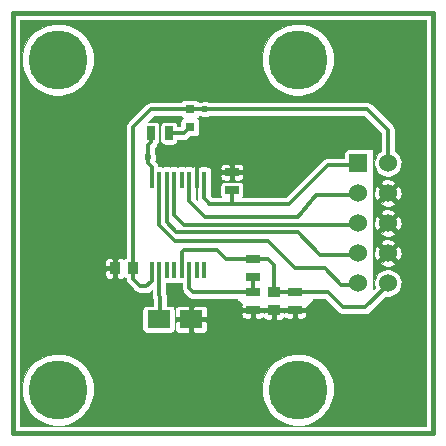
<source format=gbr>
G04 #@! TF.FileFunction,Copper,L2,Bot,Signal*
%FSLAX46Y46*%
G04 Gerber Fmt 4.6, Leading zero omitted, Abs format (unit mm)*
G04 Created by KiCad (PCBNEW (2015-11-02 BZR 6290)-product) date Mon 07 Dec 2015 12:03:44 PM CET*
%MOMM*%
G01*
G04 APERTURE LIST*
%ADD10C,0.150000*%
%ADD11C,0.381000*%
%ADD12C,5.001260*%
%ADD13R,1.950720X1.501140*%
%ADD14R,0.899160X1.000760*%
%ADD15R,1.000760X0.899160*%
%ADD16R,0.797560X0.797560*%
%ADD17R,1.524000X1.524000*%
%ADD18C,1.524000*%
%ADD19R,1.143000X0.635000*%
%ADD20R,0.635000X1.143000*%
%ADD21R,0.375920X1.435100*%
%ADD22C,0.600000*%
%ADD23C,0.375920*%
%ADD24C,0.373380*%
%ADD25C,0.099060*%
G04 APERTURE END LIST*
D10*
D11*
X31750000Y-66548000D02*
X31750000Y-30988000D01*
X67310000Y-30988000D02*
X31750000Y-30988000D01*
X67310000Y-66548000D02*
X67310000Y-30988000D01*
X31750000Y-66548000D02*
X67310000Y-66548000D01*
D12*
X55880000Y-34922460D03*
X35560000Y-34922460D03*
X55880000Y-62865000D03*
X35560000Y-62865000D03*
D13*
X44091860Y-56896000D03*
X46840140Y-56896000D03*
D14*
X41899840Y-52578000D03*
X40396160Y-52578000D03*
D15*
X53848000Y-54620160D03*
X53848000Y-56123840D03*
D16*
X46736000Y-39128700D03*
X46736000Y-40627300D03*
D17*
X60957460Y-43688000D03*
D18*
X63497460Y-43688000D03*
X60957460Y-46228000D03*
X63497460Y-46228000D03*
X60957460Y-48768000D03*
X63497460Y-48768000D03*
X60957460Y-51308000D03*
X63497460Y-51308000D03*
X60957460Y-53848000D03*
X63497460Y-53848000D03*
D19*
X52070000Y-51816000D03*
X52070000Y-53340000D03*
X52070000Y-54610000D03*
X52070000Y-56134000D03*
X55623460Y-54610000D03*
X55623460Y-56134000D03*
X50292000Y-45974000D03*
X50292000Y-44450000D03*
D20*
X44958000Y-41148000D03*
X43434000Y-41148000D03*
D21*
X43497500Y-45085000D03*
X44132500Y-45085000D03*
X44767500Y-45085000D03*
X45402500Y-45085000D03*
X46037500Y-45085000D03*
X46672500Y-45085000D03*
X47307500Y-45085000D03*
X47307500Y-52705000D03*
X46672500Y-52705000D03*
X46037500Y-52705000D03*
X45402500Y-52705000D03*
X44767500Y-52705000D03*
X44132500Y-52705000D03*
X43497500Y-52705000D03*
X47942500Y-45085000D03*
X47942500Y-52705000D03*
D22*
X48006000Y-39116000D03*
X43180000Y-43180000D03*
D23*
X41910000Y-51562000D02*
X41910000Y-52567840D01*
X46228000Y-39116000D02*
X43434000Y-39116000D01*
X41899840Y-52578000D02*
X41899840Y-53456840D01*
D24*
X46736000Y-39128700D02*
X46240700Y-39128700D01*
D23*
X63497460Y-40891460D02*
X63497460Y-43688000D01*
X48006000Y-39116000D02*
X46228000Y-39116000D01*
X41910000Y-51562000D02*
X41910000Y-40640000D01*
X43434000Y-39116000D02*
X41910000Y-40640000D01*
X61722000Y-39116000D02*
X48006000Y-39116000D01*
D24*
X46240700Y-39128700D02*
X46228000Y-39116000D01*
D23*
X41899840Y-53456840D02*
X42545000Y-54102000D01*
X43053000Y-54102000D02*
X43434000Y-53721000D01*
X42545000Y-54102000D02*
X43053000Y-54102000D01*
X43497500Y-53657500D02*
X43434000Y-53721000D01*
X43497500Y-53657500D02*
X43497500Y-52705000D01*
X41910000Y-52567840D02*
X41899840Y-52578000D01*
X63497460Y-40891460D02*
X61722000Y-39116000D01*
X60954920Y-48889920D02*
X60960000Y-48895000D01*
X45402500Y-48069500D02*
X46222920Y-48889920D01*
X48514000Y-48889920D02*
X60954920Y-48889920D01*
X46222920Y-48889920D02*
X48514000Y-48889920D01*
X45402500Y-45085000D02*
X45402500Y-48069500D01*
X45593000Y-49530000D02*
X47625000Y-49530000D01*
X47625000Y-49530000D02*
X55880000Y-49530000D01*
X44767500Y-48704500D02*
X45593000Y-49530000D01*
X44767500Y-48704500D02*
X44767500Y-45085000D01*
X55880000Y-49530000D02*
X57785000Y-51435000D01*
X60960000Y-51435000D02*
X57785000Y-51435000D01*
X55880000Y-48260000D02*
X57404000Y-46355000D01*
X46672500Y-46926500D02*
X47752000Y-48006000D01*
X47752000Y-48006000D02*
X48006000Y-48260000D01*
X46672500Y-45085000D02*
X46672500Y-46926500D01*
X58420000Y-46355000D02*
X60960000Y-46355000D01*
X48006000Y-48260000D02*
X55880000Y-48260000D01*
X57404000Y-46355000D02*
X58420000Y-46355000D01*
X58166000Y-52578000D02*
X55626000Y-52578000D01*
X44132500Y-48958500D02*
X45466000Y-50292000D01*
X55626000Y-52578000D02*
X53594000Y-50546000D01*
X44132500Y-48958500D02*
X44132500Y-45085000D01*
X53340000Y-50292000D02*
X53594000Y-50546000D01*
X48514000Y-50292000D02*
X53340000Y-50292000D01*
X45466000Y-50292000D02*
X48514000Y-50292000D01*
X60960000Y-53975000D02*
X59563000Y-53975000D01*
X59563000Y-53975000D02*
X58166000Y-52578000D01*
X50292000Y-45974000D02*
X50292000Y-47117000D01*
X50292000Y-47117000D02*
X50165000Y-47117000D01*
X47942500Y-45085000D02*
X47942500Y-46672500D01*
X60960000Y-43815000D02*
X58420000Y-43815000D01*
X47942500Y-46672500D02*
X48260000Y-46990000D01*
X58420000Y-43815000D02*
X55118000Y-47117000D01*
X48387000Y-47117000D02*
X48260000Y-46990000D01*
X55118000Y-47117000D02*
X50165000Y-47117000D01*
X48387000Y-47117000D02*
X50165000Y-47117000D01*
X47307500Y-43751500D02*
X47371000Y-43688000D01*
X47307500Y-45085000D02*
X47307500Y-43751500D01*
X44196000Y-57150000D02*
X44091860Y-56896000D01*
X44132500Y-52705000D02*
X44196000Y-57150000D01*
X53848000Y-54620160D02*
X55613300Y-54620160D01*
X55613300Y-54620160D02*
X58430160Y-54620160D01*
X58430160Y-54620160D02*
X59690000Y-55880000D01*
X59690000Y-55880000D02*
X61595000Y-55880000D01*
X61595000Y-55880000D02*
X63497460Y-53977540D01*
X63497460Y-53977540D02*
X63497460Y-53848000D01*
X53848000Y-54620160D02*
X53848000Y-52324000D01*
X53350160Y-51826160D02*
X53848000Y-52324000D01*
X46037500Y-51244500D02*
X46228000Y-51054000D01*
X46037500Y-52705000D02*
X46037500Y-51244500D01*
X46228000Y-51054000D02*
X49022000Y-51054000D01*
X49784000Y-51816000D02*
X49022000Y-51054000D01*
X52059840Y-51816000D02*
X52070000Y-51826160D01*
X49784000Y-51816000D02*
X52059840Y-51816000D01*
X53350160Y-51826160D02*
X52070000Y-51826160D01*
X44958000Y-41148000D02*
X46215300Y-41148000D01*
X46215300Y-41148000D02*
X46736000Y-40627300D01*
X46215300Y-41148000D02*
X46736000Y-40627300D01*
X45201840Y-41148000D02*
X46215300Y-41148000D01*
X52059840Y-54610000D02*
X52070000Y-54620160D01*
X46990000Y-54610000D02*
X52059840Y-54610000D01*
X46672500Y-54292500D02*
X46990000Y-54610000D01*
X52070000Y-53329840D02*
X52070000Y-54620160D01*
X46672500Y-52705000D02*
X46672500Y-54292500D01*
X43497500Y-45085000D02*
X43497500Y-44005500D01*
X43434000Y-41910000D02*
X43180000Y-42164000D01*
X43180000Y-42164000D02*
X43180000Y-42672000D01*
X43434000Y-41910000D02*
X43434000Y-41148000D01*
X43180000Y-43688000D02*
X43180000Y-43180000D01*
X43180000Y-43180000D02*
X43180000Y-42672000D01*
X43497500Y-44005500D02*
X43180000Y-43688000D01*
D25*
G36*
X66721990Y-65959990D02*
X32338010Y-65959990D01*
X32338010Y-63121498D01*
X32505450Y-63121498D01*
X32613445Y-63709911D01*
X32833672Y-64266142D01*
X33157744Y-64769004D01*
X33573318Y-65199343D01*
X34064564Y-65540768D01*
X34612770Y-65780274D01*
X35197056Y-65908737D01*
X35795167Y-65921266D01*
X36384320Y-65817382D01*
X36942075Y-65601043D01*
X37447187Y-65280489D01*
X37880417Y-64867930D01*
X38225263Y-64379080D01*
X38468590Y-63832559D01*
X38601129Y-63249184D01*
X38602912Y-63121498D01*
X52825450Y-63121498D01*
X52933445Y-63709911D01*
X53153672Y-64266142D01*
X53477744Y-64769004D01*
X53893318Y-65199343D01*
X54384564Y-65540768D01*
X54932770Y-65780274D01*
X55517056Y-65908737D01*
X56115167Y-65921266D01*
X56704320Y-65817382D01*
X57262075Y-65601043D01*
X57767187Y-65280489D01*
X58200417Y-64867930D01*
X58545263Y-64379080D01*
X58788590Y-63832559D01*
X58921129Y-63249184D01*
X58930671Y-62565879D01*
X58814471Y-61979031D01*
X58586499Y-61425929D01*
X58255437Y-60927641D01*
X57833896Y-60503146D01*
X57337931Y-60168613D01*
X56786434Y-59936785D01*
X56200411Y-59816492D01*
X55602184Y-59812316D01*
X55014539Y-59924415D01*
X54459859Y-60148520D01*
X53959271Y-60476095D01*
X53531844Y-60894663D01*
X53193857Y-61388280D01*
X52958185Y-61938146D01*
X52833803Y-62523314D01*
X52825450Y-63121498D01*
X38602912Y-63121498D01*
X38610671Y-62565879D01*
X38494471Y-61979031D01*
X38266499Y-61425929D01*
X37935437Y-60927641D01*
X37513896Y-60503146D01*
X37017931Y-60168613D01*
X36466434Y-59936785D01*
X35880411Y-59816492D01*
X35282184Y-59812316D01*
X34694539Y-59924415D01*
X34139859Y-60148520D01*
X33639271Y-60476095D01*
X33211844Y-60894663D01*
X32873857Y-61388280D01*
X32638185Y-61938146D01*
X32513803Y-62523314D01*
X32505450Y-63121498D01*
X32338010Y-63121498D01*
X32338010Y-52875497D01*
X39549070Y-52875497D01*
X39549070Y-53117532D01*
X39564346Y-53194330D01*
X39594311Y-53266672D01*
X39637814Y-53331778D01*
X39693182Y-53387146D01*
X39758289Y-53430649D01*
X39830631Y-53460614D01*
X39907429Y-53475890D01*
X40098663Y-53475890D01*
X40198040Y-53376513D01*
X40198040Y-52776120D01*
X39648447Y-52776120D01*
X39549070Y-52875497D01*
X32338010Y-52875497D01*
X32338010Y-52038468D01*
X39549070Y-52038468D01*
X39549070Y-52280503D01*
X39648447Y-52379880D01*
X40198040Y-52379880D01*
X40198040Y-51779487D01*
X40594280Y-51779487D01*
X40594280Y-52379880D01*
X40614280Y-52379880D01*
X40614280Y-52776120D01*
X40594280Y-52776120D01*
X40594280Y-53376513D01*
X40693657Y-53475890D01*
X40884891Y-53475890D01*
X40961689Y-53460614D01*
X41034031Y-53430649D01*
X41099138Y-53387146D01*
X41147955Y-53338329D01*
X41150969Y-53342902D01*
X41236513Y-53415810D01*
X41314370Y-53450905D01*
X41314370Y-53456840D01*
X41319648Y-53510673D01*
X41324361Y-53564538D01*
X41325219Y-53567493D01*
X41325520Y-53570558D01*
X41341161Y-53622363D01*
X41356240Y-53674265D01*
X41357656Y-53676996D01*
X41358546Y-53679945D01*
X41383941Y-53727705D01*
X41408824Y-53775710D01*
X41410745Y-53778116D01*
X41412190Y-53780834D01*
X41446354Y-53822724D01*
X41480111Y-53865010D01*
X41484340Y-53869299D01*
X41484408Y-53869382D01*
X41484485Y-53869446D01*
X41485850Y-53870830D01*
X42131010Y-54515990D01*
X42172827Y-54550339D01*
X42214229Y-54585079D01*
X42216925Y-54586561D01*
X42219305Y-54588516D01*
X42266994Y-54614087D01*
X42314359Y-54640126D01*
X42317290Y-54641056D01*
X42320006Y-54642512D01*
X42371731Y-54658326D01*
X42423274Y-54674676D01*
X42426335Y-54675019D01*
X42429278Y-54675919D01*
X42483046Y-54681381D01*
X42536826Y-54687413D01*
X42542848Y-54687455D01*
X42542956Y-54687466D01*
X42543057Y-54687456D01*
X42545000Y-54687470D01*
X43053000Y-54687470D01*
X43106833Y-54682192D01*
X43160698Y-54677479D01*
X43163653Y-54676621D01*
X43166718Y-54676320D01*
X43218523Y-54660679D01*
X43270425Y-54645600D01*
X43273156Y-54644184D01*
X43276105Y-54643294D01*
X43323865Y-54617899D01*
X43371870Y-54593016D01*
X43374276Y-54591095D01*
X43376994Y-54589650D01*
X43418884Y-54555486D01*
X43461170Y-54521729D01*
X43465459Y-54517500D01*
X43465542Y-54517432D01*
X43465606Y-54517355D01*
X43466990Y-54515990D01*
X43571351Y-54411629D01*
X43590413Y-55745997D01*
X43116500Y-55745997D01*
X43053198Y-55751045D01*
X42945831Y-55784294D01*
X42851978Y-55846139D01*
X42779070Y-55931683D01*
X42732881Y-56034151D01*
X42717067Y-56145430D01*
X42717067Y-57646570D01*
X42722115Y-57709872D01*
X42755364Y-57817239D01*
X42817209Y-57911092D01*
X42902753Y-57984000D01*
X43005221Y-58030189D01*
X43116500Y-58046003D01*
X45067220Y-58046003D01*
X45130522Y-58040955D01*
X45237889Y-58007706D01*
X45331742Y-57945861D01*
X45404650Y-57860317D01*
X45450839Y-57757849D01*
X45466653Y-57646570D01*
X45466653Y-57193497D01*
X45467270Y-57193497D01*
X45467270Y-57685722D01*
X45482546Y-57762520D01*
X45512511Y-57834862D01*
X45556014Y-57899968D01*
X45611382Y-57955336D01*
X45676489Y-57998839D01*
X45748831Y-58028804D01*
X45825629Y-58044080D01*
X46542643Y-58044080D01*
X46642020Y-57944703D01*
X46642020Y-57094120D01*
X47038260Y-57094120D01*
X47038260Y-57944703D01*
X47137637Y-58044080D01*
X47854651Y-58044080D01*
X47931449Y-58028804D01*
X48003791Y-57998839D01*
X48068898Y-57955336D01*
X48124266Y-57899968D01*
X48167769Y-57834862D01*
X48197734Y-57762520D01*
X48213010Y-57685722D01*
X48213010Y-57193497D01*
X48113633Y-57094120D01*
X47038260Y-57094120D01*
X46642020Y-57094120D01*
X45566647Y-57094120D01*
X45467270Y-57193497D01*
X45466653Y-57193497D01*
X45466653Y-56145430D01*
X45463531Y-56106278D01*
X45467270Y-56106278D01*
X45467270Y-56598503D01*
X45566647Y-56697880D01*
X46642020Y-56697880D01*
X46642020Y-55847297D01*
X47038260Y-55847297D01*
X47038260Y-56697880D01*
X48113633Y-56697880D01*
X48213010Y-56598503D01*
X48213010Y-56392127D01*
X51100990Y-56392127D01*
X51100990Y-56490651D01*
X51116266Y-56567449D01*
X51146231Y-56639791D01*
X51189734Y-56704898D01*
X51245102Y-56760266D01*
X51310208Y-56803769D01*
X51382550Y-56833734D01*
X51459348Y-56849010D01*
X51772503Y-56849010D01*
X51871880Y-56749633D01*
X51871880Y-56292750D01*
X52268120Y-56292750D01*
X52268120Y-56749633D01*
X52367497Y-56849010D01*
X52680652Y-56849010D01*
X52757450Y-56833734D01*
X52829792Y-56803769D01*
X52894898Y-56760266D01*
X52950266Y-56704898D01*
X52964298Y-56683898D01*
X52965386Y-56689369D01*
X52995351Y-56761711D01*
X53038854Y-56826818D01*
X53094222Y-56882186D01*
X53159328Y-56925689D01*
X53231670Y-56955654D01*
X53308468Y-56970930D01*
X53550503Y-56970930D01*
X53649880Y-56871553D01*
X53649880Y-56321960D01*
X54046120Y-56321960D01*
X54046120Y-56871553D01*
X54145497Y-56970930D01*
X54387532Y-56970930D01*
X54464330Y-56955654D01*
X54536672Y-56925689D01*
X54601778Y-56882186D01*
X54657146Y-56826818D01*
X54700649Y-56761711D01*
X54730614Y-56689369D01*
X54731120Y-56686827D01*
X54743194Y-56704898D01*
X54798562Y-56760266D01*
X54863668Y-56803769D01*
X54936010Y-56833734D01*
X55012808Y-56849010D01*
X55325963Y-56849010D01*
X55425340Y-56749633D01*
X55425340Y-56292750D01*
X55821580Y-56292750D01*
X55821580Y-56749633D01*
X55920957Y-56849010D01*
X56234112Y-56849010D01*
X56310910Y-56833734D01*
X56383252Y-56803769D01*
X56448358Y-56760266D01*
X56503726Y-56704898D01*
X56547229Y-56639791D01*
X56577194Y-56567449D01*
X56592470Y-56490651D01*
X56592470Y-56392127D01*
X56493093Y-56292750D01*
X55821580Y-56292750D01*
X55425340Y-56292750D01*
X54753827Y-56292750D01*
X54685565Y-56361012D01*
X54646513Y-56321960D01*
X54046120Y-56321960D01*
X53649880Y-56321960D01*
X53049487Y-56321960D01*
X53009165Y-56362282D01*
X52939633Y-56292750D01*
X52268120Y-56292750D01*
X51871880Y-56292750D01*
X51200367Y-56292750D01*
X51100990Y-56392127D01*
X48213010Y-56392127D01*
X48213010Y-56106278D01*
X48197734Y-56029480D01*
X48167769Y-55957138D01*
X48124266Y-55892032D01*
X48068898Y-55836664D01*
X48003791Y-55793161D01*
X47931449Y-55763196D01*
X47854651Y-55747920D01*
X47137637Y-55747920D01*
X47038260Y-55847297D01*
X46642020Y-55847297D01*
X46542643Y-55747920D01*
X45825629Y-55747920D01*
X45748831Y-55763196D01*
X45676489Y-55793161D01*
X45611382Y-55836664D01*
X45556014Y-55892032D01*
X45512511Y-55957138D01*
X45482546Y-56029480D01*
X45467270Y-56106278D01*
X45463531Y-56106278D01*
X45461605Y-56082128D01*
X45428356Y-55974761D01*
X45366511Y-55880908D01*
X45280967Y-55808000D01*
X45178499Y-55761811D01*
X45067220Y-55745997D01*
X44761472Y-55745997D01*
X44733986Y-53821983D01*
X44955460Y-53821983D01*
X45018762Y-53816935D01*
X45083008Y-53797040D01*
X45103261Y-53806169D01*
X45214540Y-53821983D01*
X45590460Y-53821983D01*
X45653762Y-53816935D01*
X45718008Y-53797040D01*
X45738261Y-53806169D01*
X45849540Y-53821983D01*
X46087030Y-53821983D01*
X46087030Y-54292500D01*
X46092308Y-54346333D01*
X46097021Y-54400198D01*
X46097879Y-54403153D01*
X46098180Y-54406218D01*
X46113821Y-54458023D01*
X46128900Y-54509925D01*
X46130316Y-54512656D01*
X46131206Y-54515605D01*
X46156601Y-54563365D01*
X46181484Y-54611370D01*
X46183405Y-54613776D01*
X46184850Y-54616494D01*
X46219014Y-54658384D01*
X46252771Y-54700670D01*
X46257000Y-54704959D01*
X46257068Y-54705042D01*
X46257145Y-54705106D01*
X46258510Y-54706490D01*
X46576010Y-55023990D01*
X46617827Y-55058339D01*
X46659229Y-55093079D01*
X46661925Y-55094561D01*
X46664305Y-55096516D01*
X46711980Y-55122079D01*
X46759359Y-55148126D01*
X46762293Y-55149057D01*
X46765007Y-55150512D01*
X46816717Y-55166321D01*
X46868274Y-55182676D01*
X46871336Y-55183019D01*
X46874278Y-55183919D01*
X46928042Y-55189380D01*
X46981826Y-55195413D01*
X46987849Y-55195455D01*
X46987957Y-55195466D01*
X46988058Y-55195456D01*
X46990000Y-55195470D01*
X50750470Y-55195470D01*
X50750470Y-55245000D01*
X50754110Y-55263638D01*
X50764977Y-55280023D01*
X51136546Y-55651592D01*
X51116266Y-55700551D01*
X51100990Y-55777349D01*
X51100990Y-55875873D01*
X51200367Y-55975250D01*
X51871880Y-55975250D01*
X51871880Y-55929530D01*
X52268120Y-55929530D01*
X52268120Y-55975250D01*
X52939633Y-55975250D01*
X52985353Y-55929530D01*
X54708107Y-55929530D01*
X54753827Y-55975250D01*
X55425340Y-55975250D01*
X55425340Y-55929530D01*
X55821580Y-55929530D01*
X55821580Y-55975250D01*
X56493093Y-55975250D01*
X56592470Y-55875873D01*
X56592470Y-55872576D01*
X57185023Y-55280023D01*
X57195628Y-55264270D01*
X57199530Y-55245000D01*
X57199530Y-55205630D01*
X58187650Y-55205630D01*
X59276010Y-56293990D01*
X59317827Y-56328339D01*
X59359229Y-56363079D01*
X59361925Y-56364561D01*
X59364305Y-56366516D01*
X59411980Y-56392079D01*
X59459359Y-56418126D01*
X59462293Y-56419057D01*
X59465007Y-56420512D01*
X59516717Y-56436321D01*
X59568274Y-56452676D01*
X59571336Y-56453019D01*
X59574278Y-56453919D01*
X59628042Y-56459380D01*
X59681826Y-56465413D01*
X59687849Y-56465455D01*
X59687957Y-56465466D01*
X59688058Y-56465456D01*
X59690000Y-56465470D01*
X61595000Y-56465470D01*
X61648833Y-56460192D01*
X61702698Y-56455479D01*
X61705653Y-56454621D01*
X61708718Y-56454320D01*
X61760523Y-56438679D01*
X61812425Y-56423600D01*
X61815156Y-56422184D01*
X61818105Y-56421294D01*
X61865865Y-56395899D01*
X61913870Y-56371016D01*
X61916276Y-56369095D01*
X61918994Y-56367650D01*
X61960884Y-56333486D01*
X62003170Y-56299729D01*
X62007459Y-56295500D01*
X62007542Y-56295432D01*
X62007606Y-56295355D01*
X62008990Y-56293990D01*
X63309131Y-54993849D01*
X63359505Y-55004924D01*
X63586847Y-55009686D01*
X63810784Y-54970200D01*
X64022786Y-54887970D01*
X64214779Y-54766127D01*
X64379450Y-54609313D01*
X64510526Y-54423502D01*
X64603014Y-54215769D01*
X64653393Y-53994028D01*
X64657019Y-53734304D01*
X64612852Y-53511243D01*
X64526200Y-53301009D01*
X64400363Y-53111610D01*
X64240135Y-52950260D01*
X64051619Y-52823104D01*
X63841995Y-52734986D01*
X63619248Y-52689263D01*
X63391862Y-52687675D01*
X63168498Y-52730284D01*
X62957665Y-52815466D01*
X62767391Y-52939978D01*
X62604926Y-53099075D01*
X62476458Y-53286699D01*
X62386878Y-53495703D01*
X62339601Y-53718125D01*
X62336426Y-53945495D01*
X62377475Y-54169151D01*
X62405950Y-54241070D01*
X62279530Y-54367490D01*
X62279530Y-52188550D01*
X62897094Y-52188550D01*
X62982875Y-52353327D01*
X63196696Y-52433631D01*
X63422074Y-52470679D01*
X63650350Y-52463045D01*
X63872750Y-52411024D01*
X64012045Y-52353327D01*
X64097826Y-52188550D01*
X63497460Y-51588184D01*
X62897094Y-52188550D01*
X62279530Y-52188550D01*
X62279530Y-51232614D01*
X62334781Y-51232614D01*
X62342415Y-51460890D01*
X62394436Y-51683290D01*
X62452133Y-51822585D01*
X62616910Y-51908366D01*
X63217276Y-51308000D01*
X63777644Y-51308000D01*
X64378010Y-51908366D01*
X64542787Y-51822585D01*
X64623091Y-51608764D01*
X64660139Y-51383386D01*
X64652505Y-51155110D01*
X64600484Y-50932710D01*
X64542787Y-50793415D01*
X64378010Y-50707634D01*
X63777644Y-51308000D01*
X63217276Y-51308000D01*
X62616910Y-50707634D01*
X62452133Y-50793415D01*
X62371829Y-51007236D01*
X62334781Y-51232614D01*
X62279530Y-51232614D01*
X62279530Y-50427450D01*
X62897094Y-50427450D01*
X63497460Y-51027816D01*
X64097826Y-50427450D01*
X64012045Y-50262673D01*
X63798224Y-50182369D01*
X63572846Y-50145321D01*
X63344570Y-50152955D01*
X63122170Y-50204976D01*
X62982875Y-50262673D01*
X62897094Y-50427450D01*
X62279530Y-50427450D01*
X62279530Y-49648550D01*
X62897094Y-49648550D01*
X62982875Y-49813327D01*
X63196696Y-49893631D01*
X63422074Y-49930679D01*
X63650350Y-49923045D01*
X63872750Y-49871024D01*
X64012045Y-49813327D01*
X64097826Y-49648550D01*
X63497460Y-49048184D01*
X62897094Y-49648550D01*
X62279530Y-49648550D01*
X62279530Y-48692614D01*
X62334781Y-48692614D01*
X62342415Y-48920890D01*
X62394436Y-49143290D01*
X62452133Y-49282585D01*
X62616910Y-49368366D01*
X63217276Y-48768000D01*
X63777644Y-48768000D01*
X64378010Y-49368366D01*
X64542787Y-49282585D01*
X64623091Y-49068764D01*
X64660139Y-48843386D01*
X64652505Y-48615110D01*
X64600484Y-48392710D01*
X64542787Y-48253415D01*
X64378010Y-48167634D01*
X63777644Y-48768000D01*
X63217276Y-48768000D01*
X62616910Y-48167634D01*
X62452133Y-48253415D01*
X62371829Y-48467236D01*
X62334781Y-48692614D01*
X62279530Y-48692614D01*
X62279530Y-47887450D01*
X62897094Y-47887450D01*
X63497460Y-48487816D01*
X64097826Y-47887450D01*
X64012045Y-47722673D01*
X63798224Y-47642369D01*
X63572846Y-47605321D01*
X63344570Y-47612955D01*
X63122170Y-47664976D01*
X62982875Y-47722673D01*
X62897094Y-47887450D01*
X62279530Y-47887450D01*
X62279530Y-47108550D01*
X62897094Y-47108550D01*
X62982875Y-47273327D01*
X63196696Y-47353631D01*
X63422074Y-47390679D01*
X63650350Y-47383045D01*
X63872750Y-47331024D01*
X64012045Y-47273327D01*
X64097826Y-47108550D01*
X63497460Y-46508184D01*
X62897094Y-47108550D01*
X62279530Y-47108550D01*
X62279530Y-46152614D01*
X62334781Y-46152614D01*
X62342415Y-46380890D01*
X62394436Y-46603290D01*
X62452133Y-46742585D01*
X62616910Y-46828366D01*
X63217276Y-46228000D01*
X63777644Y-46228000D01*
X64378010Y-46828366D01*
X64542787Y-46742585D01*
X64623091Y-46528764D01*
X64660139Y-46303386D01*
X64652505Y-46075110D01*
X64600484Y-45852710D01*
X64542787Y-45713415D01*
X64378010Y-45627634D01*
X63777644Y-46228000D01*
X63217276Y-46228000D01*
X62616910Y-45627634D01*
X62452133Y-45713415D01*
X62371829Y-45927236D01*
X62334781Y-46152614D01*
X62279530Y-46152614D01*
X62279530Y-45347450D01*
X62897094Y-45347450D01*
X63497460Y-45947816D01*
X64097826Y-45347450D01*
X64012045Y-45182673D01*
X63798224Y-45102369D01*
X63572846Y-45065321D01*
X63344570Y-45072955D01*
X63122170Y-45124976D01*
X62982875Y-45182673D01*
X62897094Y-45347450D01*
X62279530Y-45347450D01*
X62279530Y-42545000D01*
X62276143Y-42526998D01*
X62265503Y-42510464D01*
X62249270Y-42499372D01*
X62230000Y-42495470D01*
X60325000Y-42495470D01*
X60306998Y-42498857D01*
X60290464Y-42509497D01*
X60279372Y-42525730D01*
X60279203Y-42526567D01*
X60195460Y-42526567D01*
X60132158Y-42531615D01*
X60024791Y-42564864D01*
X59930938Y-42626709D01*
X59858030Y-42712253D01*
X59811841Y-42814721D01*
X59796027Y-42926000D01*
X59796027Y-43229530D01*
X58420000Y-43229530D01*
X58366171Y-43234808D01*
X58312302Y-43239521D01*
X58309347Y-43240379D01*
X58306282Y-43240680D01*
X58254477Y-43256321D01*
X58202575Y-43271400D01*
X58199844Y-43272816D01*
X58196895Y-43273706D01*
X58149135Y-43299101D01*
X58101130Y-43323984D01*
X58098724Y-43325905D01*
X58096006Y-43327350D01*
X58054116Y-43361514D01*
X58011830Y-43395271D01*
X58007541Y-43399500D01*
X58007458Y-43399568D01*
X58007394Y-43399645D01*
X58006010Y-43401010D01*
X54875490Y-46531530D01*
X51178529Y-46531530D01*
X51200930Y-46505247D01*
X51247119Y-46402779D01*
X51262933Y-46291500D01*
X51262933Y-45656500D01*
X51257885Y-45593198D01*
X51224636Y-45485831D01*
X51162791Y-45391978D01*
X51077247Y-45319070D01*
X50974779Y-45272881D01*
X50863500Y-45257067D01*
X49720500Y-45257067D01*
X49657198Y-45262115D01*
X49549831Y-45295364D01*
X49455978Y-45357209D01*
X49383070Y-45442753D01*
X49336881Y-45545221D01*
X49321067Y-45656500D01*
X49321067Y-46291500D01*
X49326115Y-46354802D01*
X49359364Y-46462169D01*
X49405070Y-46531530D01*
X48629510Y-46531530D01*
X48527970Y-46429990D01*
X48527970Y-45816082D01*
X48529893Y-45802550D01*
X48529893Y-44708127D01*
X49322990Y-44708127D01*
X49322990Y-44806651D01*
X49338266Y-44883449D01*
X49368231Y-44955791D01*
X49411734Y-45020898D01*
X49467102Y-45076266D01*
X49532208Y-45119769D01*
X49604550Y-45149734D01*
X49681348Y-45165010D01*
X49994503Y-45165010D01*
X50093880Y-45065633D01*
X50093880Y-44608750D01*
X50490120Y-44608750D01*
X50490120Y-45065633D01*
X50589497Y-45165010D01*
X50902652Y-45165010D01*
X50979450Y-45149734D01*
X51051792Y-45119769D01*
X51116898Y-45076266D01*
X51172266Y-45020898D01*
X51215769Y-44955791D01*
X51245734Y-44883449D01*
X51261010Y-44806651D01*
X51261010Y-44708127D01*
X51161633Y-44608750D01*
X50490120Y-44608750D01*
X50093880Y-44608750D01*
X49422367Y-44608750D01*
X49322990Y-44708127D01*
X48529893Y-44708127D01*
X48529893Y-44367450D01*
X48524845Y-44304148D01*
X48491596Y-44196781D01*
X48429751Y-44102928D01*
X48418512Y-44093349D01*
X49322990Y-44093349D01*
X49322990Y-44191873D01*
X49422367Y-44291250D01*
X50093880Y-44291250D01*
X50093880Y-43834367D01*
X50490120Y-43834367D01*
X50490120Y-44291250D01*
X51161633Y-44291250D01*
X51261010Y-44191873D01*
X51261010Y-44093349D01*
X51245734Y-44016551D01*
X51215769Y-43944209D01*
X51172266Y-43879102D01*
X51116898Y-43823734D01*
X51051792Y-43780231D01*
X50979450Y-43750266D01*
X50902652Y-43734990D01*
X50589497Y-43734990D01*
X50490120Y-43834367D01*
X50093880Y-43834367D01*
X49994503Y-43734990D01*
X49681348Y-43734990D01*
X49604550Y-43750266D01*
X49532208Y-43780231D01*
X49467102Y-43823734D01*
X49411734Y-43879102D01*
X49368231Y-43944209D01*
X49338266Y-44016551D01*
X49322990Y-44093349D01*
X48418512Y-44093349D01*
X48344207Y-44030020D01*
X48241739Y-43983831D01*
X48130460Y-43968017D01*
X47754540Y-43968017D01*
X47691238Y-43973065D01*
X47628774Y-43992409D01*
X47611409Y-43985216D01*
X47534611Y-43969940D01*
X47500857Y-43969940D01*
X47401480Y-44069317D01*
X47401480Y-44188377D01*
X47370921Y-44256171D01*
X47355107Y-44367450D01*
X47355107Y-45802550D01*
X47357030Y-45826664D01*
X47357030Y-46672500D01*
X47362308Y-46726333D01*
X47367021Y-46780198D01*
X47367879Y-46783153D01*
X47368180Y-46786218D01*
X47371632Y-46797653D01*
X47257970Y-46683990D01*
X47257970Y-45816082D01*
X47259893Y-45802550D01*
X47259893Y-44367450D01*
X47254845Y-44304148D01*
X47221596Y-44196781D01*
X47213520Y-44184525D01*
X47213520Y-44069317D01*
X47114143Y-43969940D01*
X47080389Y-43969940D01*
X47003591Y-43985216D01*
X46988593Y-43991428D01*
X46971739Y-43983831D01*
X46860460Y-43968017D01*
X46484540Y-43968017D01*
X46421238Y-43973065D01*
X46356992Y-43992960D01*
X46336739Y-43983831D01*
X46225460Y-43968017D01*
X45849540Y-43968017D01*
X45786238Y-43973065D01*
X45721992Y-43992960D01*
X45701739Y-43983831D01*
X45590460Y-43968017D01*
X45214540Y-43968017D01*
X45151238Y-43973065D01*
X45086992Y-43992960D01*
X45066739Y-43983831D01*
X44955460Y-43968017D01*
X44579540Y-43968017D01*
X44516238Y-43973065D01*
X44451992Y-43992960D01*
X44431739Y-43983831D01*
X44320460Y-43968017D01*
X44079295Y-43968017D01*
X44077692Y-43951667D01*
X44072979Y-43897802D01*
X44072121Y-43894847D01*
X44071820Y-43891782D01*
X44056179Y-43839977D01*
X44041100Y-43788075D01*
X44039684Y-43785344D01*
X44038794Y-43782395D01*
X44013420Y-43734674D01*
X43988517Y-43686630D01*
X43986593Y-43684220D01*
X43985150Y-43681506D01*
X43951013Y-43639650D01*
X43917230Y-43597331D01*
X43913000Y-43593041D01*
X43912932Y-43592958D01*
X43912855Y-43592894D01*
X43911490Y-43591510D01*
X43806902Y-43486922D01*
X43845053Y-43401234D01*
X43875358Y-43267844D01*
X43877540Y-43111606D01*
X43850971Y-42977422D01*
X43798845Y-42850954D01*
X43765470Y-42800721D01*
X43765470Y-42406510D01*
X43847990Y-42323990D01*
X43882339Y-42282173D01*
X43917079Y-42240771D01*
X43918561Y-42238075D01*
X43920516Y-42235695D01*
X43946089Y-42188001D01*
X43972126Y-42140641D01*
X43973056Y-42137710D01*
X43974512Y-42134994D01*
X43990326Y-42083269D01*
X44006676Y-42031726D01*
X44007019Y-42028665D01*
X44007919Y-42025722D01*
X44008092Y-42024016D01*
X44016022Y-42018791D01*
X44088930Y-41933247D01*
X44135119Y-41830779D01*
X44150933Y-41719500D01*
X44150933Y-40576500D01*
X44145885Y-40513198D01*
X44112636Y-40405831D01*
X44050791Y-40311978D01*
X43965247Y-40239070D01*
X43862779Y-40192881D01*
X43751500Y-40177067D01*
X43200912Y-40177067D01*
X43676509Y-39701470D01*
X45978272Y-39701470D01*
X46037929Y-39792002D01*
X46123473Y-39864910D01*
X46151282Y-39877445D01*
X46072698Y-39929229D01*
X45999790Y-40014773D01*
X45953601Y-40117241D01*
X45937787Y-40228520D01*
X45937787Y-40562530D01*
X45673819Y-40562530D01*
X45669885Y-40513198D01*
X45636636Y-40405831D01*
X45574791Y-40311978D01*
X45489247Y-40239070D01*
X45386779Y-40192881D01*
X45275500Y-40177067D01*
X44640500Y-40177067D01*
X44577198Y-40182115D01*
X44469831Y-40215364D01*
X44375978Y-40277209D01*
X44303070Y-40362753D01*
X44256881Y-40465221D01*
X44241067Y-40576500D01*
X44241067Y-41719500D01*
X44246115Y-41782802D01*
X44279364Y-41890169D01*
X44341209Y-41984022D01*
X44426753Y-42056930D01*
X44529221Y-42103119D01*
X44640500Y-42118933D01*
X45275500Y-42118933D01*
X45338802Y-42113885D01*
X45446169Y-42080636D01*
X45540022Y-42018791D01*
X45612930Y-41933247D01*
X45659119Y-41830779D01*
X45672948Y-41733470D01*
X46215300Y-41733470D01*
X46269133Y-41728192D01*
X46322998Y-41723479D01*
X46325953Y-41722621D01*
X46329018Y-41722320D01*
X46380823Y-41706679D01*
X46432725Y-41691600D01*
X46435456Y-41690184D01*
X46438405Y-41689294D01*
X46486165Y-41663899D01*
X46534170Y-41639016D01*
X46536576Y-41637095D01*
X46539294Y-41635650D01*
X46581184Y-41601486D01*
X46623470Y-41567729D01*
X46627759Y-41563500D01*
X46627842Y-41563432D01*
X46627906Y-41563355D01*
X46629290Y-41561990D01*
X46765767Y-41425513D01*
X47134780Y-41425513D01*
X47198082Y-41420465D01*
X47305449Y-41387216D01*
X47399302Y-41325371D01*
X47472210Y-41239827D01*
X47518399Y-41137359D01*
X47534213Y-41026080D01*
X47534213Y-40228520D01*
X47529165Y-40165218D01*
X47495916Y-40057851D01*
X47434071Y-39963998D01*
X47348527Y-39891090D01*
X47320718Y-39878555D01*
X47399302Y-39826771D01*
X47472210Y-39741227D01*
X47490131Y-39701470D01*
X47626156Y-39701470D01*
X47664066Y-39727818D01*
X47789415Y-39782581D01*
X47923012Y-39811955D01*
X48059771Y-39814819D01*
X48194482Y-39791066D01*
X48322013Y-39741600D01*
X48385248Y-39701470D01*
X61479490Y-39701470D01*
X62911990Y-41133970D01*
X62911990Y-42685355D01*
X62767391Y-42779978D01*
X62604926Y-42939075D01*
X62476458Y-43126699D01*
X62386878Y-43335703D01*
X62339601Y-43558125D01*
X62336426Y-43785495D01*
X62377475Y-44009151D01*
X62461183Y-44220574D01*
X62584363Y-44411712D01*
X62742323Y-44575284D01*
X62929045Y-44705059D01*
X63137418Y-44796095D01*
X63359505Y-44844924D01*
X63586847Y-44849686D01*
X63810784Y-44810200D01*
X64022786Y-44727970D01*
X64214779Y-44606127D01*
X64379450Y-44449313D01*
X64510526Y-44263502D01*
X64603014Y-44055769D01*
X64653393Y-43834028D01*
X64657019Y-43574304D01*
X64612852Y-43351243D01*
X64526200Y-43141009D01*
X64400363Y-42951610D01*
X64240135Y-42790260D01*
X64082930Y-42684224D01*
X64082930Y-40891460D01*
X64077652Y-40837627D01*
X64072939Y-40783762D01*
X64072081Y-40780807D01*
X64071780Y-40777742D01*
X64056149Y-40725970D01*
X64041061Y-40674036D01*
X64039644Y-40671302D01*
X64038754Y-40668355D01*
X64013389Y-40620651D01*
X63988477Y-40572590D01*
X63986553Y-40570180D01*
X63985110Y-40567466D01*
X63950973Y-40525610D01*
X63917190Y-40483291D01*
X63912960Y-40479001D01*
X63912892Y-40478918D01*
X63912815Y-40478854D01*
X63911450Y-40477470D01*
X62135990Y-38702010D01*
X62094173Y-38667661D01*
X62052771Y-38632921D01*
X62050075Y-38631439D01*
X62047695Y-38629484D01*
X62000001Y-38603911D01*
X61952641Y-38577874D01*
X61949710Y-38576944D01*
X61946994Y-38575488D01*
X61895269Y-38559674D01*
X61843726Y-38543324D01*
X61840665Y-38542981D01*
X61837722Y-38542081D01*
X61783954Y-38536619D01*
X61730174Y-38530587D01*
X61724152Y-38530545D01*
X61724044Y-38530534D01*
X61723943Y-38530544D01*
X61722000Y-38530530D01*
X48385409Y-38530530D01*
X48339358Y-38499468D01*
X48213257Y-38446460D01*
X48079262Y-38418955D01*
X47942477Y-38418000D01*
X47808111Y-38443631D01*
X47681283Y-38494873D01*
X47626794Y-38530530D01*
X47476990Y-38530530D01*
X47434071Y-38465398D01*
X47348527Y-38392490D01*
X47246059Y-38346301D01*
X47134780Y-38330487D01*
X46337220Y-38330487D01*
X46273918Y-38335535D01*
X46166551Y-38368784D01*
X46072698Y-38430629D01*
X45999790Y-38516173D01*
X45993318Y-38530530D01*
X43434000Y-38530530D01*
X43380126Y-38535812D01*
X43326302Y-38540521D01*
X43323347Y-38541379D01*
X43320282Y-38541680D01*
X43268477Y-38557321D01*
X43216575Y-38572400D01*
X43213844Y-38573816D01*
X43210895Y-38574706D01*
X43163135Y-38600101D01*
X43115130Y-38624984D01*
X43112724Y-38626905D01*
X43110006Y-38628350D01*
X43068116Y-38662514D01*
X43025830Y-38696271D01*
X43021545Y-38700497D01*
X43021458Y-38700568D01*
X43021391Y-38700649D01*
X43020010Y-38702011D01*
X41496010Y-40226010D01*
X41461661Y-40267827D01*
X41426921Y-40309229D01*
X41425439Y-40311925D01*
X41423484Y-40314305D01*
X41397911Y-40361999D01*
X41371874Y-40409359D01*
X41370944Y-40412290D01*
X41369488Y-40415006D01*
X41353674Y-40466731D01*
X41337324Y-40518274D01*
X41336981Y-40521335D01*
X41336081Y-40524278D01*
X41330619Y-40578046D01*
X41324587Y-40631826D01*
X41324545Y-40637848D01*
X41324534Y-40637956D01*
X41324544Y-40638057D01*
X41324530Y-40640000D01*
X41324530Y-51702567D01*
X41279591Y-51716484D01*
X41185738Y-51778329D01*
X41150251Y-51819967D01*
X41099138Y-51768854D01*
X41034031Y-51725351D01*
X40961689Y-51695386D01*
X40884891Y-51680110D01*
X40693657Y-51680110D01*
X40594280Y-51779487D01*
X40198040Y-51779487D01*
X40098663Y-51680110D01*
X39907429Y-51680110D01*
X39830631Y-51695386D01*
X39758289Y-51725351D01*
X39693182Y-51768854D01*
X39637814Y-51824222D01*
X39594311Y-51889328D01*
X39564346Y-51961670D01*
X39549070Y-52038468D01*
X32338010Y-52038468D01*
X32338010Y-35178958D01*
X32505450Y-35178958D01*
X32613445Y-35767371D01*
X32833672Y-36323602D01*
X33157744Y-36826464D01*
X33573318Y-37256803D01*
X34064564Y-37598228D01*
X34612770Y-37837734D01*
X35197056Y-37966197D01*
X35795167Y-37978726D01*
X36384320Y-37874842D01*
X36942075Y-37658503D01*
X37447187Y-37337949D01*
X37880417Y-36925390D01*
X38225263Y-36436540D01*
X38468590Y-35890019D01*
X38601129Y-35306644D01*
X38602912Y-35178958D01*
X52825450Y-35178958D01*
X52933445Y-35767371D01*
X53153672Y-36323602D01*
X53477744Y-36826464D01*
X53893318Y-37256803D01*
X54384564Y-37598228D01*
X54932770Y-37837734D01*
X55517056Y-37966197D01*
X56115167Y-37978726D01*
X56704320Y-37874842D01*
X57262075Y-37658503D01*
X57767187Y-37337949D01*
X58200417Y-36925390D01*
X58545263Y-36436540D01*
X58788590Y-35890019D01*
X58921129Y-35306644D01*
X58930671Y-34623339D01*
X58814471Y-34036491D01*
X58586499Y-33483389D01*
X58255437Y-32985101D01*
X57833896Y-32560606D01*
X57337931Y-32226073D01*
X56786434Y-31994245D01*
X56200411Y-31873952D01*
X55602184Y-31869776D01*
X55014539Y-31981875D01*
X54459859Y-32205980D01*
X53959271Y-32533555D01*
X53531844Y-32952123D01*
X53193857Y-33445740D01*
X52958185Y-33995606D01*
X52833803Y-34580774D01*
X52825450Y-35178958D01*
X38602912Y-35178958D01*
X38610671Y-34623339D01*
X38494471Y-34036491D01*
X38266499Y-33483389D01*
X37935437Y-32985101D01*
X37513896Y-32560606D01*
X37017931Y-32226073D01*
X36466434Y-31994245D01*
X35880411Y-31873952D01*
X35282184Y-31869776D01*
X34694539Y-31981875D01*
X34139859Y-32205980D01*
X33639271Y-32533555D01*
X33211844Y-32952123D01*
X32873857Y-33445740D01*
X32638185Y-33995606D01*
X32513803Y-34580774D01*
X32505450Y-35178958D01*
X32338010Y-35178958D01*
X32338010Y-31576010D01*
X66721990Y-31576010D01*
X66721990Y-65959990D01*
X66721990Y-65959990D01*
G37*
X66721990Y-65959990D02*
X32338010Y-65959990D01*
X32338010Y-63121498D01*
X32505450Y-63121498D01*
X32613445Y-63709911D01*
X32833672Y-64266142D01*
X33157744Y-64769004D01*
X33573318Y-65199343D01*
X34064564Y-65540768D01*
X34612770Y-65780274D01*
X35197056Y-65908737D01*
X35795167Y-65921266D01*
X36384320Y-65817382D01*
X36942075Y-65601043D01*
X37447187Y-65280489D01*
X37880417Y-64867930D01*
X38225263Y-64379080D01*
X38468590Y-63832559D01*
X38601129Y-63249184D01*
X38602912Y-63121498D01*
X52825450Y-63121498D01*
X52933445Y-63709911D01*
X53153672Y-64266142D01*
X53477744Y-64769004D01*
X53893318Y-65199343D01*
X54384564Y-65540768D01*
X54932770Y-65780274D01*
X55517056Y-65908737D01*
X56115167Y-65921266D01*
X56704320Y-65817382D01*
X57262075Y-65601043D01*
X57767187Y-65280489D01*
X58200417Y-64867930D01*
X58545263Y-64379080D01*
X58788590Y-63832559D01*
X58921129Y-63249184D01*
X58930671Y-62565879D01*
X58814471Y-61979031D01*
X58586499Y-61425929D01*
X58255437Y-60927641D01*
X57833896Y-60503146D01*
X57337931Y-60168613D01*
X56786434Y-59936785D01*
X56200411Y-59816492D01*
X55602184Y-59812316D01*
X55014539Y-59924415D01*
X54459859Y-60148520D01*
X53959271Y-60476095D01*
X53531844Y-60894663D01*
X53193857Y-61388280D01*
X52958185Y-61938146D01*
X52833803Y-62523314D01*
X52825450Y-63121498D01*
X38602912Y-63121498D01*
X38610671Y-62565879D01*
X38494471Y-61979031D01*
X38266499Y-61425929D01*
X37935437Y-60927641D01*
X37513896Y-60503146D01*
X37017931Y-60168613D01*
X36466434Y-59936785D01*
X35880411Y-59816492D01*
X35282184Y-59812316D01*
X34694539Y-59924415D01*
X34139859Y-60148520D01*
X33639271Y-60476095D01*
X33211844Y-60894663D01*
X32873857Y-61388280D01*
X32638185Y-61938146D01*
X32513803Y-62523314D01*
X32505450Y-63121498D01*
X32338010Y-63121498D01*
X32338010Y-52875497D01*
X39549070Y-52875497D01*
X39549070Y-53117532D01*
X39564346Y-53194330D01*
X39594311Y-53266672D01*
X39637814Y-53331778D01*
X39693182Y-53387146D01*
X39758289Y-53430649D01*
X39830631Y-53460614D01*
X39907429Y-53475890D01*
X40098663Y-53475890D01*
X40198040Y-53376513D01*
X40198040Y-52776120D01*
X39648447Y-52776120D01*
X39549070Y-52875497D01*
X32338010Y-52875497D01*
X32338010Y-52038468D01*
X39549070Y-52038468D01*
X39549070Y-52280503D01*
X39648447Y-52379880D01*
X40198040Y-52379880D01*
X40198040Y-51779487D01*
X40594280Y-51779487D01*
X40594280Y-52379880D01*
X40614280Y-52379880D01*
X40614280Y-52776120D01*
X40594280Y-52776120D01*
X40594280Y-53376513D01*
X40693657Y-53475890D01*
X40884891Y-53475890D01*
X40961689Y-53460614D01*
X41034031Y-53430649D01*
X41099138Y-53387146D01*
X41147955Y-53338329D01*
X41150969Y-53342902D01*
X41236513Y-53415810D01*
X41314370Y-53450905D01*
X41314370Y-53456840D01*
X41319648Y-53510673D01*
X41324361Y-53564538D01*
X41325219Y-53567493D01*
X41325520Y-53570558D01*
X41341161Y-53622363D01*
X41356240Y-53674265D01*
X41357656Y-53676996D01*
X41358546Y-53679945D01*
X41383941Y-53727705D01*
X41408824Y-53775710D01*
X41410745Y-53778116D01*
X41412190Y-53780834D01*
X41446354Y-53822724D01*
X41480111Y-53865010D01*
X41484340Y-53869299D01*
X41484408Y-53869382D01*
X41484485Y-53869446D01*
X41485850Y-53870830D01*
X42131010Y-54515990D01*
X42172827Y-54550339D01*
X42214229Y-54585079D01*
X42216925Y-54586561D01*
X42219305Y-54588516D01*
X42266994Y-54614087D01*
X42314359Y-54640126D01*
X42317290Y-54641056D01*
X42320006Y-54642512D01*
X42371731Y-54658326D01*
X42423274Y-54674676D01*
X42426335Y-54675019D01*
X42429278Y-54675919D01*
X42483046Y-54681381D01*
X42536826Y-54687413D01*
X42542848Y-54687455D01*
X42542956Y-54687466D01*
X42543057Y-54687456D01*
X42545000Y-54687470D01*
X43053000Y-54687470D01*
X43106833Y-54682192D01*
X43160698Y-54677479D01*
X43163653Y-54676621D01*
X43166718Y-54676320D01*
X43218523Y-54660679D01*
X43270425Y-54645600D01*
X43273156Y-54644184D01*
X43276105Y-54643294D01*
X43323865Y-54617899D01*
X43371870Y-54593016D01*
X43374276Y-54591095D01*
X43376994Y-54589650D01*
X43418884Y-54555486D01*
X43461170Y-54521729D01*
X43465459Y-54517500D01*
X43465542Y-54517432D01*
X43465606Y-54517355D01*
X43466990Y-54515990D01*
X43571351Y-54411629D01*
X43590413Y-55745997D01*
X43116500Y-55745997D01*
X43053198Y-55751045D01*
X42945831Y-55784294D01*
X42851978Y-55846139D01*
X42779070Y-55931683D01*
X42732881Y-56034151D01*
X42717067Y-56145430D01*
X42717067Y-57646570D01*
X42722115Y-57709872D01*
X42755364Y-57817239D01*
X42817209Y-57911092D01*
X42902753Y-57984000D01*
X43005221Y-58030189D01*
X43116500Y-58046003D01*
X45067220Y-58046003D01*
X45130522Y-58040955D01*
X45237889Y-58007706D01*
X45331742Y-57945861D01*
X45404650Y-57860317D01*
X45450839Y-57757849D01*
X45466653Y-57646570D01*
X45466653Y-57193497D01*
X45467270Y-57193497D01*
X45467270Y-57685722D01*
X45482546Y-57762520D01*
X45512511Y-57834862D01*
X45556014Y-57899968D01*
X45611382Y-57955336D01*
X45676489Y-57998839D01*
X45748831Y-58028804D01*
X45825629Y-58044080D01*
X46542643Y-58044080D01*
X46642020Y-57944703D01*
X46642020Y-57094120D01*
X47038260Y-57094120D01*
X47038260Y-57944703D01*
X47137637Y-58044080D01*
X47854651Y-58044080D01*
X47931449Y-58028804D01*
X48003791Y-57998839D01*
X48068898Y-57955336D01*
X48124266Y-57899968D01*
X48167769Y-57834862D01*
X48197734Y-57762520D01*
X48213010Y-57685722D01*
X48213010Y-57193497D01*
X48113633Y-57094120D01*
X47038260Y-57094120D01*
X46642020Y-57094120D01*
X45566647Y-57094120D01*
X45467270Y-57193497D01*
X45466653Y-57193497D01*
X45466653Y-56145430D01*
X45463531Y-56106278D01*
X45467270Y-56106278D01*
X45467270Y-56598503D01*
X45566647Y-56697880D01*
X46642020Y-56697880D01*
X46642020Y-55847297D01*
X47038260Y-55847297D01*
X47038260Y-56697880D01*
X48113633Y-56697880D01*
X48213010Y-56598503D01*
X48213010Y-56392127D01*
X51100990Y-56392127D01*
X51100990Y-56490651D01*
X51116266Y-56567449D01*
X51146231Y-56639791D01*
X51189734Y-56704898D01*
X51245102Y-56760266D01*
X51310208Y-56803769D01*
X51382550Y-56833734D01*
X51459348Y-56849010D01*
X51772503Y-56849010D01*
X51871880Y-56749633D01*
X51871880Y-56292750D01*
X52268120Y-56292750D01*
X52268120Y-56749633D01*
X52367497Y-56849010D01*
X52680652Y-56849010D01*
X52757450Y-56833734D01*
X52829792Y-56803769D01*
X52894898Y-56760266D01*
X52950266Y-56704898D01*
X52964298Y-56683898D01*
X52965386Y-56689369D01*
X52995351Y-56761711D01*
X53038854Y-56826818D01*
X53094222Y-56882186D01*
X53159328Y-56925689D01*
X53231670Y-56955654D01*
X53308468Y-56970930D01*
X53550503Y-56970930D01*
X53649880Y-56871553D01*
X53649880Y-56321960D01*
X54046120Y-56321960D01*
X54046120Y-56871553D01*
X54145497Y-56970930D01*
X54387532Y-56970930D01*
X54464330Y-56955654D01*
X54536672Y-56925689D01*
X54601778Y-56882186D01*
X54657146Y-56826818D01*
X54700649Y-56761711D01*
X54730614Y-56689369D01*
X54731120Y-56686827D01*
X54743194Y-56704898D01*
X54798562Y-56760266D01*
X54863668Y-56803769D01*
X54936010Y-56833734D01*
X55012808Y-56849010D01*
X55325963Y-56849010D01*
X55425340Y-56749633D01*
X55425340Y-56292750D01*
X55821580Y-56292750D01*
X55821580Y-56749633D01*
X55920957Y-56849010D01*
X56234112Y-56849010D01*
X56310910Y-56833734D01*
X56383252Y-56803769D01*
X56448358Y-56760266D01*
X56503726Y-56704898D01*
X56547229Y-56639791D01*
X56577194Y-56567449D01*
X56592470Y-56490651D01*
X56592470Y-56392127D01*
X56493093Y-56292750D01*
X55821580Y-56292750D01*
X55425340Y-56292750D01*
X54753827Y-56292750D01*
X54685565Y-56361012D01*
X54646513Y-56321960D01*
X54046120Y-56321960D01*
X53649880Y-56321960D01*
X53049487Y-56321960D01*
X53009165Y-56362282D01*
X52939633Y-56292750D01*
X52268120Y-56292750D01*
X51871880Y-56292750D01*
X51200367Y-56292750D01*
X51100990Y-56392127D01*
X48213010Y-56392127D01*
X48213010Y-56106278D01*
X48197734Y-56029480D01*
X48167769Y-55957138D01*
X48124266Y-55892032D01*
X48068898Y-55836664D01*
X48003791Y-55793161D01*
X47931449Y-55763196D01*
X47854651Y-55747920D01*
X47137637Y-55747920D01*
X47038260Y-55847297D01*
X46642020Y-55847297D01*
X46542643Y-55747920D01*
X45825629Y-55747920D01*
X45748831Y-55763196D01*
X45676489Y-55793161D01*
X45611382Y-55836664D01*
X45556014Y-55892032D01*
X45512511Y-55957138D01*
X45482546Y-56029480D01*
X45467270Y-56106278D01*
X45463531Y-56106278D01*
X45461605Y-56082128D01*
X45428356Y-55974761D01*
X45366511Y-55880908D01*
X45280967Y-55808000D01*
X45178499Y-55761811D01*
X45067220Y-55745997D01*
X44761472Y-55745997D01*
X44733986Y-53821983D01*
X44955460Y-53821983D01*
X45018762Y-53816935D01*
X45083008Y-53797040D01*
X45103261Y-53806169D01*
X45214540Y-53821983D01*
X45590460Y-53821983D01*
X45653762Y-53816935D01*
X45718008Y-53797040D01*
X45738261Y-53806169D01*
X45849540Y-53821983D01*
X46087030Y-53821983D01*
X46087030Y-54292500D01*
X46092308Y-54346333D01*
X46097021Y-54400198D01*
X46097879Y-54403153D01*
X46098180Y-54406218D01*
X46113821Y-54458023D01*
X46128900Y-54509925D01*
X46130316Y-54512656D01*
X46131206Y-54515605D01*
X46156601Y-54563365D01*
X46181484Y-54611370D01*
X46183405Y-54613776D01*
X46184850Y-54616494D01*
X46219014Y-54658384D01*
X46252771Y-54700670D01*
X46257000Y-54704959D01*
X46257068Y-54705042D01*
X46257145Y-54705106D01*
X46258510Y-54706490D01*
X46576010Y-55023990D01*
X46617827Y-55058339D01*
X46659229Y-55093079D01*
X46661925Y-55094561D01*
X46664305Y-55096516D01*
X46711980Y-55122079D01*
X46759359Y-55148126D01*
X46762293Y-55149057D01*
X46765007Y-55150512D01*
X46816717Y-55166321D01*
X46868274Y-55182676D01*
X46871336Y-55183019D01*
X46874278Y-55183919D01*
X46928042Y-55189380D01*
X46981826Y-55195413D01*
X46987849Y-55195455D01*
X46987957Y-55195466D01*
X46988058Y-55195456D01*
X46990000Y-55195470D01*
X50750470Y-55195470D01*
X50750470Y-55245000D01*
X50754110Y-55263638D01*
X50764977Y-55280023D01*
X51136546Y-55651592D01*
X51116266Y-55700551D01*
X51100990Y-55777349D01*
X51100990Y-55875873D01*
X51200367Y-55975250D01*
X51871880Y-55975250D01*
X51871880Y-55929530D01*
X52268120Y-55929530D01*
X52268120Y-55975250D01*
X52939633Y-55975250D01*
X52985353Y-55929530D01*
X54708107Y-55929530D01*
X54753827Y-55975250D01*
X55425340Y-55975250D01*
X55425340Y-55929530D01*
X55821580Y-55929530D01*
X55821580Y-55975250D01*
X56493093Y-55975250D01*
X56592470Y-55875873D01*
X56592470Y-55872576D01*
X57185023Y-55280023D01*
X57195628Y-55264270D01*
X57199530Y-55245000D01*
X57199530Y-55205630D01*
X58187650Y-55205630D01*
X59276010Y-56293990D01*
X59317827Y-56328339D01*
X59359229Y-56363079D01*
X59361925Y-56364561D01*
X59364305Y-56366516D01*
X59411980Y-56392079D01*
X59459359Y-56418126D01*
X59462293Y-56419057D01*
X59465007Y-56420512D01*
X59516717Y-56436321D01*
X59568274Y-56452676D01*
X59571336Y-56453019D01*
X59574278Y-56453919D01*
X59628042Y-56459380D01*
X59681826Y-56465413D01*
X59687849Y-56465455D01*
X59687957Y-56465466D01*
X59688058Y-56465456D01*
X59690000Y-56465470D01*
X61595000Y-56465470D01*
X61648833Y-56460192D01*
X61702698Y-56455479D01*
X61705653Y-56454621D01*
X61708718Y-56454320D01*
X61760523Y-56438679D01*
X61812425Y-56423600D01*
X61815156Y-56422184D01*
X61818105Y-56421294D01*
X61865865Y-56395899D01*
X61913870Y-56371016D01*
X61916276Y-56369095D01*
X61918994Y-56367650D01*
X61960884Y-56333486D01*
X62003170Y-56299729D01*
X62007459Y-56295500D01*
X62007542Y-56295432D01*
X62007606Y-56295355D01*
X62008990Y-56293990D01*
X63309131Y-54993849D01*
X63359505Y-55004924D01*
X63586847Y-55009686D01*
X63810784Y-54970200D01*
X64022786Y-54887970D01*
X64214779Y-54766127D01*
X64379450Y-54609313D01*
X64510526Y-54423502D01*
X64603014Y-54215769D01*
X64653393Y-53994028D01*
X64657019Y-53734304D01*
X64612852Y-53511243D01*
X64526200Y-53301009D01*
X64400363Y-53111610D01*
X64240135Y-52950260D01*
X64051619Y-52823104D01*
X63841995Y-52734986D01*
X63619248Y-52689263D01*
X63391862Y-52687675D01*
X63168498Y-52730284D01*
X62957665Y-52815466D01*
X62767391Y-52939978D01*
X62604926Y-53099075D01*
X62476458Y-53286699D01*
X62386878Y-53495703D01*
X62339601Y-53718125D01*
X62336426Y-53945495D01*
X62377475Y-54169151D01*
X62405950Y-54241070D01*
X62279530Y-54367490D01*
X62279530Y-52188550D01*
X62897094Y-52188550D01*
X62982875Y-52353327D01*
X63196696Y-52433631D01*
X63422074Y-52470679D01*
X63650350Y-52463045D01*
X63872750Y-52411024D01*
X64012045Y-52353327D01*
X64097826Y-52188550D01*
X63497460Y-51588184D01*
X62897094Y-52188550D01*
X62279530Y-52188550D01*
X62279530Y-51232614D01*
X62334781Y-51232614D01*
X62342415Y-51460890D01*
X62394436Y-51683290D01*
X62452133Y-51822585D01*
X62616910Y-51908366D01*
X63217276Y-51308000D01*
X63777644Y-51308000D01*
X64378010Y-51908366D01*
X64542787Y-51822585D01*
X64623091Y-51608764D01*
X64660139Y-51383386D01*
X64652505Y-51155110D01*
X64600484Y-50932710D01*
X64542787Y-50793415D01*
X64378010Y-50707634D01*
X63777644Y-51308000D01*
X63217276Y-51308000D01*
X62616910Y-50707634D01*
X62452133Y-50793415D01*
X62371829Y-51007236D01*
X62334781Y-51232614D01*
X62279530Y-51232614D01*
X62279530Y-50427450D01*
X62897094Y-50427450D01*
X63497460Y-51027816D01*
X64097826Y-50427450D01*
X64012045Y-50262673D01*
X63798224Y-50182369D01*
X63572846Y-50145321D01*
X63344570Y-50152955D01*
X63122170Y-50204976D01*
X62982875Y-50262673D01*
X62897094Y-50427450D01*
X62279530Y-50427450D01*
X62279530Y-49648550D01*
X62897094Y-49648550D01*
X62982875Y-49813327D01*
X63196696Y-49893631D01*
X63422074Y-49930679D01*
X63650350Y-49923045D01*
X63872750Y-49871024D01*
X64012045Y-49813327D01*
X64097826Y-49648550D01*
X63497460Y-49048184D01*
X62897094Y-49648550D01*
X62279530Y-49648550D01*
X62279530Y-48692614D01*
X62334781Y-48692614D01*
X62342415Y-48920890D01*
X62394436Y-49143290D01*
X62452133Y-49282585D01*
X62616910Y-49368366D01*
X63217276Y-48768000D01*
X63777644Y-48768000D01*
X64378010Y-49368366D01*
X64542787Y-49282585D01*
X64623091Y-49068764D01*
X64660139Y-48843386D01*
X64652505Y-48615110D01*
X64600484Y-48392710D01*
X64542787Y-48253415D01*
X64378010Y-48167634D01*
X63777644Y-48768000D01*
X63217276Y-48768000D01*
X62616910Y-48167634D01*
X62452133Y-48253415D01*
X62371829Y-48467236D01*
X62334781Y-48692614D01*
X62279530Y-48692614D01*
X62279530Y-47887450D01*
X62897094Y-47887450D01*
X63497460Y-48487816D01*
X64097826Y-47887450D01*
X64012045Y-47722673D01*
X63798224Y-47642369D01*
X63572846Y-47605321D01*
X63344570Y-47612955D01*
X63122170Y-47664976D01*
X62982875Y-47722673D01*
X62897094Y-47887450D01*
X62279530Y-47887450D01*
X62279530Y-47108550D01*
X62897094Y-47108550D01*
X62982875Y-47273327D01*
X63196696Y-47353631D01*
X63422074Y-47390679D01*
X63650350Y-47383045D01*
X63872750Y-47331024D01*
X64012045Y-47273327D01*
X64097826Y-47108550D01*
X63497460Y-46508184D01*
X62897094Y-47108550D01*
X62279530Y-47108550D01*
X62279530Y-46152614D01*
X62334781Y-46152614D01*
X62342415Y-46380890D01*
X62394436Y-46603290D01*
X62452133Y-46742585D01*
X62616910Y-46828366D01*
X63217276Y-46228000D01*
X63777644Y-46228000D01*
X64378010Y-46828366D01*
X64542787Y-46742585D01*
X64623091Y-46528764D01*
X64660139Y-46303386D01*
X64652505Y-46075110D01*
X64600484Y-45852710D01*
X64542787Y-45713415D01*
X64378010Y-45627634D01*
X63777644Y-46228000D01*
X63217276Y-46228000D01*
X62616910Y-45627634D01*
X62452133Y-45713415D01*
X62371829Y-45927236D01*
X62334781Y-46152614D01*
X62279530Y-46152614D01*
X62279530Y-45347450D01*
X62897094Y-45347450D01*
X63497460Y-45947816D01*
X64097826Y-45347450D01*
X64012045Y-45182673D01*
X63798224Y-45102369D01*
X63572846Y-45065321D01*
X63344570Y-45072955D01*
X63122170Y-45124976D01*
X62982875Y-45182673D01*
X62897094Y-45347450D01*
X62279530Y-45347450D01*
X62279530Y-42545000D01*
X62276143Y-42526998D01*
X62265503Y-42510464D01*
X62249270Y-42499372D01*
X62230000Y-42495470D01*
X60325000Y-42495470D01*
X60306998Y-42498857D01*
X60290464Y-42509497D01*
X60279372Y-42525730D01*
X60279203Y-42526567D01*
X60195460Y-42526567D01*
X60132158Y-42531615D01*
X60024791Y-42564864D01*
X59930938Y-42626709D01*
X59858030Y-42712253D01*
X59811841Y-42814721D01*
X59796027Y-42926000D01*
X59796027Y-43229530D01*
X58420000Y-43229530D01*
X58366171Y-43234808D01*
X58312302Y-43239521D01*
X58309347Y-43240379D01*
X58306282Y-43240680D01*
X58254477Y-43256321D01*
X58202575Y-43271400D01*
X58199844Y-43272816D01*
X58196895Y-43273706D01*
X58149135Y-43299101D01*
X58101130Y-43323984D01*
X58098724Y-43325905D01*
X58096006Y-43327350D01*
X58054116Y-43361514D01*
X58011830Y-43395271D01*
X58007541Y-43399500D01*
X58007458Y-43399568D01*
X58007394Y-43399645D01*
X58006010Y-43401010D01*
X54875490Y-46531530D01*
X51178529Y-46531530D01*
X51200930Y-46505247D01*
X51247119Y-46402779D01*
X51262933Y-46291500D01*
X51262933Y-45656500D01*
X51257885Y-45593198D01*
X51224636Y-45485831D01*
X51162791Y-45391978D01*
X51077247Y-45319070D01*
X50974779Y-45272881D01*
X50863500Y-45257067D01*
X49720500Y-45257067D01*
X49657198Y-45262115D01*
X49549831Y-45295364D01*
X49455978Y-45357209D01*
X49383070Y-45442753D01*
X49336881Y-45545221D01*
X49321067Y-45656500D01*
X49321067Y-46291500D01*
X49326115Y-46354802D01*
X49359364Y-46462169D01*
X49405070Y-46531530D01*
X48629510Y-46531530D01*
X48527970Y-46429990D01*
X48527970Y-45816082D01*
X48529893Y-45802550D01*
X48529893Y-44708127D01*
X49322990Y-44708127D01*
X49322990Y-44806651D01*
X49338266Y-44883449D01*
X49368231Y-44955791D01*
X49411734Y-45020898D01*
X49467102Y-45076266D01*
X49532208Y-45119769D01*
X49604550Y-45149734D01*
X49681348Y-45165010D01*
X49994503Y-45165010D01*
X50093880Y-45065633D01*
X50093880Y-44608750D01*
X50490120Y-44608750D01*
X50490120Y-45065633D01*
X50589497Y-45165010D01*
X50902652Y-45165010D01*
X50979450Y-45149734D01*
X51051792Y-45119769D01*
X51116898Y-45076266D01*
X51172266Y-45020898D01*
X51215769Y-44955791D01*
X51245734Y-44883449D01*
X51261010Y-44806651D01*
X51261010Y-44708127D01*
X51161633Y-44608750D01*
X50490120Y-44608750D01*
X50093880Y-44608750D01*
X49422367Y-44608750D01*
X49322990Y-44708127D01*
X48529893Y-44708127D01*
X48529893Y-44367450D01*
X48524845Y-44304148D01*
X48491596Y-44196781D01*
X48429751Y-44102928D01*
X48418512Y-44093349D01*
X49322990Y-44093349D01*
X49322990Y-44191873D01*
X49422367Y-44291250D01*
X50093880Y-44291250D01*
X50093880Y-43834367D01*
X50490120Y-43834367D01*
X50490120Y-44291250D01*
X51161633Y-44291250D01*
X51261010Y-44191873D01*
X51261010Y-44093349D01*
X51245734Y-44016551D01*
X51215769Y-43944209D01*
X51172266Y-43879102D01*
X51116898Y-43823734D01*
X51051792Y-43780231D01*
X50979450Y-43750266D01*
X50902652Y-43734990D01*
X50589497Y-43734990D01*
X50490120Y-43834367D01*
X50093880Y-43834367D01*
X49994503Y-43734990D01*
X49681348Y-43734990D01*
X49604550Y-43750266D01*
X49532208Y-43780231D01*
X49467102Y-43823734D01*
X49411734Y-43879102D01*
X49368231Y-43944209D01*
X49338266Y-44016551D01*
X49322990Y-44093349D01*
X48418512Y-44093349D01*
X48344207Y-44030020D01*
X48241739Y-43983831D01*
X48130460Y-43968017D01*
X47754540Y-43968017D01*
X47691238Y-43973065D01*
X47628774Y-43992409D01*
X47611409Y-43985216D01*
X47534611Y-43969940D01*
X47500857Y-43969940D01*
X47401480Y-44069317D01*
X47401480Y-44188377D01*
X47370921Y-44256171D01*
X47355107Y-44367450D01*
X47355107Y-45802550D01*
X47357030Y-45826664D01*
X47357030Y-46672500D01*
X47362308Y-46726333D01*
X47367021Y-46780198D01*
X47367879Y-46783153D01*
X47368180Y-46786218D01*
X47371632Y-46797653D01*
X47257970Y-46683990D01*
X47257970Y-45816082D01*
X47259893Y-45802550D01*
X47259893Y-44367450D01*
X47254845Y-44304148D01*
X47221596Y-44196781D01*
X47213520Y-44184525D01*
X47213520Y-44069317D01*
X47114143Y-43969940D01*
X47080389Y-43969940D01*
X47003591Y-43985216D01*
X46988593Y-43991428D01*
X46971739Y-43983831D01*
X46860460Y-43968017D01*
X46484540Y-43968017D01*
X46421238Y-43973065D01*
X46356992Y-43992960D01*
X46336739Y-43983831D01*
X46225460Y-43968017D01*
X45849540Y-43968017D01*
X45786238Y-43973065D01*
X45721992Y-43992960D01*
X45701739Y-43983831D01*
X45590460Y-43968017D01*
X45214540Y-43968017D01*
X45151238Y-43973065D01*
X45086992Y-43992960D01*
X45066739Y-43983831D01*
X44955460Y-43968017D01*
X44579540Y-43968017D01*
X44516238Y-43973065D01*
X44451992Y-43992960D01*
X44431739Y-43983831D01*
X44320460Y-43968017D01*
X44079295Y-43968017D01*
X44077692Y-43951667D01*
X44072979Y-43897802D01*
X44072121Y-43894847D01*
X44071820Y-43891782D01*
X44056179Y-43839977D01*
X44041100Y-43788075D01*
X44039684Y-43785344D01*
X44038794Y-43782395D01*
X44013420Y-43734674D01*
X43988517Y-43686630D01*
X43986593Y-43684220D01*
X43985150Y-43681506D01*
X43951013Y-43639650D01*
X43917230Y-43597331D01*
X43913000Y-43593041D01*
X43912932Y-43592958D01*
X43912855Y-43592894D01*
X43911490Y-43591510D01*
X43806902Y-43486922D01*
X43845053Y-43401234D01*
X43875358Y-43267844D01*
X43877540Y-43111606D01*
X43850971Y-42977422D01*
X43798845Y-42850954D01*
X43765470Y-42800721D01*
X43765470Y-42406510D01*
X43847990Y-42323990D01*
X43882339Y-42282173D01*
X43917079Y-42240771D01*
X43918561Y-42238075D01*
X43920516Y-42235695D01*
X43946089Y-42188001D01*
X43972126Y-42140641D01*
X43973056Y-42137710D01*
X43974512Y-42134994D01*
X43990326Y-42083269D01*
X44006676Y-42031726D01*
X44007019Y-42028665D01*
X44007919Y-42025722D01*
X44008092Y-42024016D01*
X44016022Y-42018791D01*
X44088930Y-41933247D01*
X44135119Y-41830779D01*
X44150933Y-41719500D01*
X44150933Y-40576500D01*
X44145885Y-40513198D01*
X44112636Y-40405831D01*
X44050791Y-40311978D01*
X43965247Y-40239070D01*
X43862779Y-40192881D01*
X43751500Y-40177067D01*
X43200912Y-40177067D01*
X43676509Y-39701470D01*
X45978272Y-39701470D01*
X46037929Y-39792002D01*
X46123473Y-39864910D01*
X46151282Y-39877445D01*
X46072698Y-39929229D01*
X45999790Y-40014773D01*
X45953601Y-40117241D01*
X45937787Y-40228520D01*
X45937787Y-40562530D01*
X45673819Y-40562530D01*
X45669885Y-40513198D01*
X45636636Y-40405831D01*
X45574791Y-40311978D01*
X45489247Y-40239070D01*
X45386779Y-40192881D01*
X45275500Y-40177067D01*
X44640500Y-40177067D01*
X44577198Y-40182115D01*
X44469831Y-40215364D01*
X44375978Y-40277209D01*
X44303070Y-40362753D01*
X44256881Y-40465221D01*
X44241067Y-40576500D01*
X44241067Y-41719500D01*
X44246115Y-41782802D01*
X44279364Y-41890169D01*
X44341209Y-41984022D01*
X44426753Y-42056930D01*
X44529221Y-42103119D01*
X44640500Y-42118933D01*
X45275500Y-42118933D01*
X45338802Y-42113885D01*
X45446169Y-42080636D01*
X45540022Y-42018791D01*
X45612930Y-41933247D01*
X45659119Y-41830779D01*
X45672948Y-41733470D01*
X46215300Y-41733470D01*
X46269133Y-41728192D01*
X46322998Y-41723479D01*
X46325953Y-41722621D01*
X46329018Y-41722320D01*
X46380823Y-41706679D01*
X46432725Y-41691600D01*
X46435456Y-41690184D01*
X46438405Y-41689294D01*
X46486165Y-41663899D01*
X46534170Y-41639016D01*
X46536576Y-41637095D01*
X46539294Y-41635650D01*
X46581184Y-41601486D01*
X46623470Y-41567729D01*
X46627759Y-41563500D01*
X46627842Y-41563432D01*
X46627906Y-41563355D01*
X46629290Y-41561990D01*
X46765767Y-41425513D01*
X47134780Y-41425513D01*
X47198082Y-41420465D01*
X47305449Y-41387216D01*
X47399302Y-41325371D01*
X47472210Y-41239827D01*
X47518399Y-41137359D01*
X47534213Y-41026080D01*
X47534213Y-40228520D01*
X47529165Y-40165218D01*
X47495916Y-40057851D01*
X47434071Y-39963998D01*
X47348527Y-39891090D01*
X47320718Y-39878555D01*
X47399302Y-39826771D01*
X47472210Y-39741227D01*
X47490131Y-39701470D01*
X47626156Y-39701470D01*
X47664066Y-39727818D01*
X47789415Y-39782581D01*
X47923012Y-39811955D01*
X48059771Y-39814819D01*
X48194482Y-39791066D01*
X48322013Y-39741600D01*
X48385248Y-39701470D01*
X61479490Y-39701470D01*
X62911990Y-41133970D01*
X62911990Y-42685355D01*
X62767391Y-42779978D01*
X62604926Y-42939075D01*
X62476458Y-43126699D01*
X62386878Y-43335703D01*
X62339601Y-43558125D01*
X62336426Y-43785495D01*
X62377475Y-44009151D01*
X62461183Y-44220574D01*
X62584363Y-44411712D01*
X62742323Y-44575284D01*
X62929045Y-44705059D01*
X63137418Y-44796095D01*
X63359505Y-44844924D01*
X63586847Y-44849686D01*
X63810784Y-44810200D01*
X64022786Y-44727970D01*
X64214779Y-44606127D01*
X64379450Y-44449313D01*
X64510526Y-44263502D01*
X64603014Y-44055769D01*
X64653393Y-43834028D01*
X64657019Y-43574304D01*
X64612852Y-43351243D01*
X64526200Y-43141009D01*
X64400363Y-42951610D01*
X64240135Y-42790260D01*
X64082930Y-42684224D01*
X64082930Y-40891460D01*
X64077652Y-40837627D01*
X64072939Y-40783762D01*
X64072081Y-40780807D01*
X64071780Y-40777742D01*
X64056149Y-40725970D01*
X64041061Y-40674036D01*
X64039644Y-40671302D01*
X64038754Y-40668355D01*
X64013389Y-40620651D01*
X63988477Y-40572590D01*
X63986553Y-40570180D01*
X63985110Y-40567466D01*
X63950973Y-40525610D01*
X63917190Y-40483291D01*
X63912960Y-40479001D01*
X63912892Y-40478918D01*
X63912815Y-40478854D01*
X63911450Y-40477470D01*
X62135990Y-38702010D01*
X62094173Y-38667661D01*
X62052771Y-38632921D01*
X62050075Y-38631439D01*
X62047695Y-38629484D01*
X62000001Y-38603911D01*
X61952641Y-38577874D01*
X61949710Y-38576944D01*
X61946994Y-38575488D01*
X61895269Y-38559674D01*
X61843726Y-38543324D01*
X61840665Y-38542981D01*
X61837722Y-38542081D01*
X61783954Y-38536619D01*
X61730174Y-38530587D01*
X61724152Y-38530545D01*
X61724044Y-38530534D01*
X61723943Y-38530544D01*
X61722000Y-38530530D01*
X48385409Y-38530530D01*
X48339358Y-38499468D01*
X48213257Y-38446460D01*
X48079262Y-38418955D01*
X47942477Y-38418000D01*
X47808111Y-38443631D01*
X47681283Y-38494873D01*
X47626794Y-38530530D01*
X47476990Y-38530530D01*
X47434071Y-38465398D01*
X47348527Y-38392490D01*
X47246059Y-38346301D01*
X47134780Y-38330487D01*
X46337220Y-38330487D01*
X46273918Y-38335535D01*
X46166551Y-38368784D01*
X46072698Y-38430629D01*
X45999790Y-38516173D01*
X45993318Y-38530530D01*
X43434000Y-38530530D01*
X43380126Y-38535812D01*
X43326302Y-38540521D01*
X43323347Y-38541379D01*
X43320282Y-38541680D01*
X43268477Y-38557321D01*
X43216575Y-38572400D01*
X43213844Y-38573816D01*
X43210895Y-38574706D01*
X43163135Y-38600101D01*
X43115130Y-38624984D01*
X43112724Y-38626905D01*
X43110006Y-38628350D01*
X43068116Y-38662514D01*
X43025830Y-38696271D01*
X43021545Y-38700497D01*
X43021458Y-38700568D01*
X43021391Y-38700649D01*
X43020010Y-38702011D01*
X41496010Y-40226010D01*
X41461661Y-40267827D01*
X41426921Y-40309229D01*
X41425439Y-40311925D01*
X41423484Y-40314305D01*
X41397911Y-40361999D01*
X41371874Y-40409359D01*
X41370944Y-40412290D01*
X41369488Y-40415006D01*
X41353674Y-40466731D01*
X41337324Y-40518274D01*
X41336981Y-40521335D01*
X41336081Y-40524278D01*
X41330619Y-40578046D01*
X41324587Y-40631826D01*
X41324545Y-40637848D01*
X41324534Y-40637956D01*
X41324544Y-40638057D01*
X41324530Y-40640000D01*
X41324530Y-51702567D01*
X41279591Y-51716484D01*
X41185738Y-51778329D01*
X41150251Y-51819967D01*
X41099138Y-51768854D01*
X41034031Y-51725351D01*
X40961689Y-51695386D01*
X40884891Y-51680110D01*
X40693657Y-51680110D01*
X40594280Y-51779487D01*
X40198040Y-51779487D01*
X40098663Y-51680110D01*
X39907429Y-51680110D01*
X39830631Y-51695386D01*
X39758289Y-51725351D01*
X39693182Y-51768854D01*
X39637814Y-51824222D01*
X39594311Y-51889328D01*
X39564346Y-51961670D01*
X39549070Y-52038468D01*
X32338010Y-52038468D01*
X32338010Y-35178958D01*
X32505450Y-35178958D01*
X32613445Y-35767371D01*
X32833672Y-36323602D01*
X33157744Y-36826464D01*
X33573318Y-37256803D01*
X34064564Y-37598228D01*
X34612770Y-37837734D01*
X35197056Y-37966197D01*
X35795167Y-37978726D01*
X36384320Y-37874842D01*
X36942075Y-37658503D01*
X37447187Y-37337949D01*
X37880417Y-36925390D01*
X38225263Y-36436540D01*
X38468590Y-35890019D01*
X38601129Y-35306644D01*
X38602912Y-35178958D01*
X52825450Y-35178958D01*
X52933445Y-35767371D01*
X53153672Y-36323602D01*
X53477744Y-36826464D01*
X53893318Y-37256803D01*
X54384564Y-37598228D01*
X54932770Y-37837734D01*
X55517056Y-37966197D01*
X56115167Y-37978726D01*
X56704320Y-37874842D01*
X57262075Y-37658503D01*
X57767187Y-37337949D01*
X58200417Y-36925390D01*
X58545263Y-36436540D01*
X58788590Y-35890019D01*
X58921129Y-35306644D01*
X58930671Y-34623339D01*
X58814471Y-34036491D01*
X58586499Y-33483389D01*
X58255437Y-32985101D01*
X57833896Y-32560606D01*
X57337931Y-32226073D01*
X56786434Y-31994245D01*
X56200411Y-31873952D01*
X55602184Y-31869776D01*
X55014539Y-31981875D01*
X54459859Y-32205980D01*
X53959271Y-32533555D01*
X53531844Y-32952123D01*
X53193857Y-33445740D01*
X52958185Y-33995606D01*
X52833803Y-34580774D01*
X52825450Y-35178958D01*
X38602912Y-35178958D01*
X38610671Y-34623339D01*
X38494471Y-34036491D01*
X38266499Y-33483389D01*
X37935437Y-32985101D01*
X37513896Y-32560606D01*
X37017931Y-32226073D01*
X36466434Y-31994245D01*
X35880411Y-31873952D01*
X35282184Y-31869776D01*
X34694539Y-31981875D01*
X34139859Y-32205980D01*
X33639271Y-32533555D01*
X33211844Y-32952123D01*
X32873857Y-33445740D01*
X32638185Y-33995606D01*
X32513803Y-34580774D01*
X32505450Y-35178958D01*
X32338010Y-35178958D01*
X32338010Y-31576010D01*
X66721990Y-31576010D01*
X66721990Y-65959990D01*
M02*

</source>
